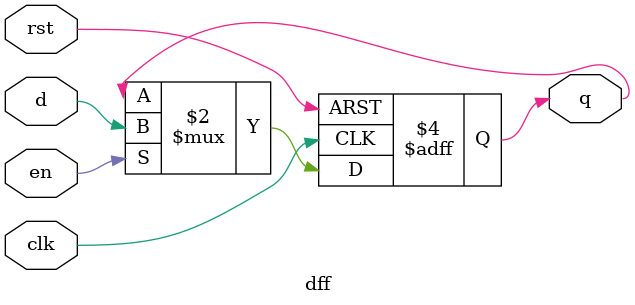
<source format=v>

module dff #(
    parameter integer WIDTH = 1,
    parameter integer ASYNC_RESET = 1,      // 1 = async, 0 = sync
    parameter integer RESET_POLARITY = 1    // 1 = active-high, 0 = active-low
) (
    input  wire                 clk,
    input  wire                 rst,
    input  wire                 en,
    input  wire [WIDTH-1:0]     d,
    output reg  [WIDTH-1:0]     q
);

generate
    if (ASYNC_RESET) begin
        if (RESET_POLARITY) begin : ASYNC_ACTIVE_HIGH
            // Asynchronous active-high reset
            always @(posedge clk or posedge rst) begin
                if (rst)
                    q <= {WIDTH{1'b0}};
                else if (en)
                    q <= d;
            end
        end else begin : ASYNC_ACTIVE_LOW
            // Asynchronous active-low reset
            always @(posedge clk or negedge rst) begin
                if (!rst)
                    q <= {WIDTH{1'b0}};
                else if (en)
                    q <= d;
            end
        end
    end else begin : SYNC_RESET
        // Synchronous reset (polarity controlled by RESET_POLARITY)
        always @(posedge clk) begin
            if ((RESET_POLARITY && rst) || (!RESET_POLARITY && !rst))
                q <= {WIDTH{1'b0}};
            else if (en)
                q <= d;
        end
    end
endgenerate

endmodule


</source>
